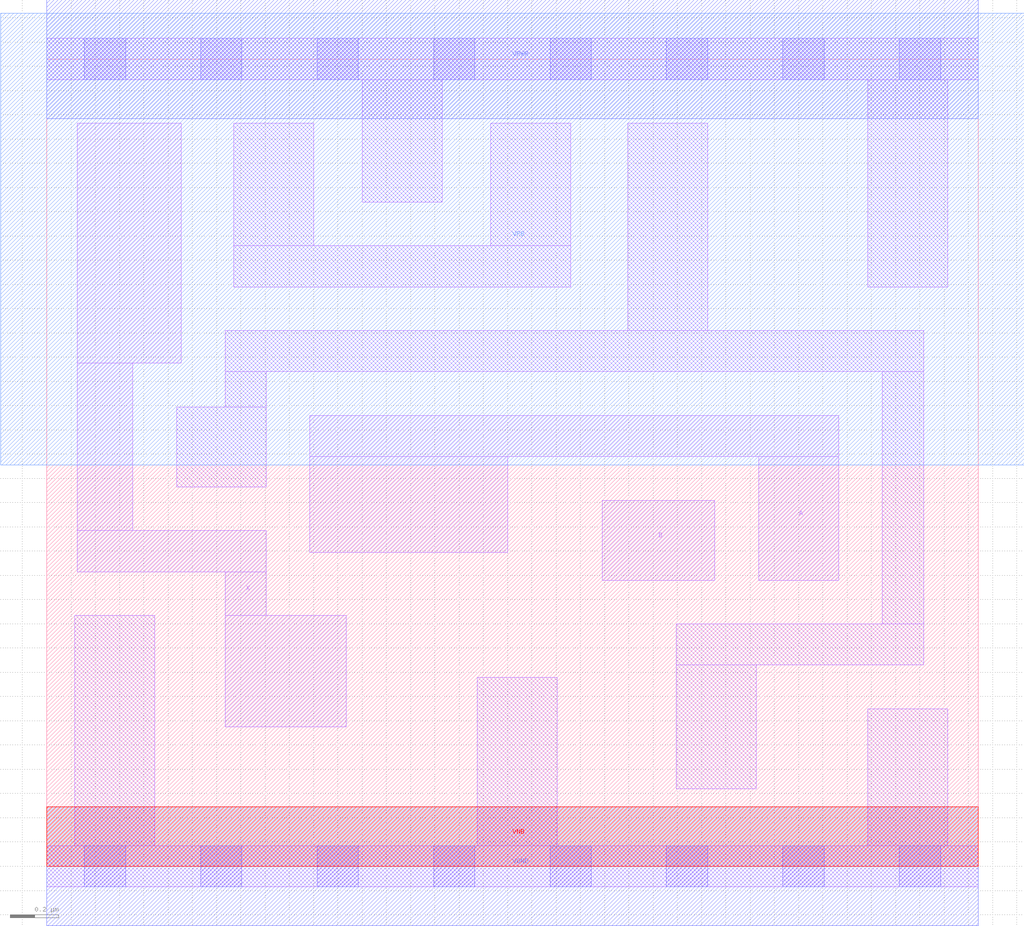
<source format=lef>
# Copyright 2020 The SkyWater PDK Authors
#
# Licensed under the Apache License, Version 2.0 (the "License");
# you may not use this file except in compliance with the License.
# You may obtain a copy of the License at
#
#     https://www.apache.org/licenses/LICENSE-2.0
#
# Unless required by applicable law or agreed to in writing, software
# distributed under the License is distributed on an "AS IS" BASIS,
# WITHOUT WARRANTIES OR CONDITIONS OF ANY KIND, either express or implied.
# See the License for the specific language governing permissions and
# limitations under the License.
#
# SPDX-License-Identifier: Apache-2.0

VERSION 5.7 ;
  NOWIREEXTENSIONATPIN ON ;
  DIVIDERCHAR "/" ;
  BUSBITCHARS "[]" ;
MACRO sky130_fd_sc_lp__xor2_lp
  CLASS CORE ;
  FOREIGN sky130_fd_sc_lp__xor2_lp ;
  ORIGIN  0.000000  0.000000 ;
  SIZE  3.840000 BY  3.330000 ;
  SYMMETRY X Y R90 ;
  SITE unit ;
  PIN A
    ANTENNAGATEAREA  0.689000 ;
    DIRECTION INPUT ;
    USE SIGNAL ;
    PORT
      LAYER li1 ;
        RECT 1.085000 1.295000 1.900000 1.690000 ;
        RECT 1.085000 1.690000 3.265000 1.860000 ;
        RECT 2.935000 1.180000 3.265000 1.690000 ;
    END
  END A
  PIN B
    ANTENNAGATEAREA  0.689000 ;
    DIRECTION INPUT ;
    USE SIGNAL ;
    PORT
      LAYER li1 ;
        RECT 2.290000 1.180000 2.755000 1.510000 ;
    END
  END B
  PIN X
    ANTENNADIFFAREA  0.417600 ;
    DIRECTION OUTPUT ;
    USE SIGNAL ;
    PORT
      LAYER li1 ;
        RECT 0.125000 1.215000 0.905000 1.385000 ;
        RECT 0.125000 1.385000 0.355000 2.075000 ;
        RECT 0.125000 2.075000 0.555000 3.065000 ;
        RECT 0.735000 0.575000 1.235000 1.035000 ;
        RECT 0.735000 1.035000 0.905000 1.215000 ;
    END
  END X
  PIN VGND
    DIRECTION INOUT ;
    USE GROUND ;
    PORT
      LAYER met1 ;
        RECT 0.000000 -0.245000 3.840000 0.245000 ;
    END
  END VGND
  PIN VNB
    DIRECTION INOUT ;
    USE GROUND ;
    PORT
      LAYER pwell ;
        RECT 0.000000 0.000000 3.840000 0.245000 ;
    END
  END VNB
  PIN VPB
    DIRECTION INOUT ;
    USE POWER ;
    PORT
      LAYER nwell ;
        RECT -0.190000 1.655000 4.030000 3.520000 ;
    END
  END VPB
  PIN VPWR
    DIRECTION INOUT ;
    USE POWER ;
    PORT
      LAYER met1 ;
        RECT 0.000000 3.085000 3.840000 3.575000 ;
    END
  END VPWR
  OBS
    LAYER li1 ;
      RECT 0.000000 -0.085000 3.840000 0.085000 ;
      RECT 0.000000  3.245000 3.840000 3.415000 ;
      RECT 0.115000  0.085000 0.445000 1.035000 ;
      RECT 0.535000  1.565000 0.905000 1.895000 ;
      RECT 0.735000  1.895000 0.905000 2.040000 ;
      RECT 0.735000  2.040000 3.615000 2.210000 ;
      RECT 0.770000  2.390000 2.160000 2.560000 ;
      RECT 0.770000  2.560000 1.100000 3.065000 ;
      RECT 1.300000  2.740000 1.630000 3.245000 ;
      RECT 1.775000  0.085000 2.105000 0.780000 ;
      RECT 1.830000  2.560000 2.160000 3.065000 ;
      RECT 2.395000  2.210000 2.725000 3.065000 ;
      RECT 2.595000  0.320000 2.925000 0.830000 ;
      RECT 2.595000  0.830000 3.615000 1.000000 ;
      RECT 3.385000  0.085000 3.715000 0.650000 ;
      RECT 3.385000  2.390000 3.715000 3.245000 ;
      RECT 3.445000  1.000000 3.615000 2.040000 ;
    LAYER mcon ;
      RECT 0.155000 -0.085000 0.325000 0.085000 ;
      RECT 0.155000  3.245000 0.325000 3.415000 ;
      RECT 0.635000 -0.085000 0.805000 0.085000 ;
      RECT 0.635000  3.245000 0.805000 3.415000 ;
      RECT 1.115000 -0.085000 1.285000 0.085000 ;
      RECT 1.115000  3.245000 1.285000 3.415000 ;
      RECT 1.595000 -0.085000 1.765000 0.085000 ;
      RECT 1.595000  3.245000 1.765000 3.415000 ;
      RECT 2.075000 -0.085000 2.245000 0.085000 ;
      RECT 2.075000  3.245000 2.245000 3.415000 ;
      RECT 2.555000 -0.085000 2.725000 0.085000 ;
      RECT 2.555000  3.245000 2.725000 3.415000 ;
      RECT 3.035000 -0.085000 3.205000 0.085000 ;
      RECT 3.035000  3.245000 3.205000 3.415000 ;
      RECT 3.515000 -0.085000 3.685000 0.085000 ;
      RECT 3.515000  3.245000 3.685000 3.415000 ;
  END
END sky130_fd_sc_lp__xor2_lp
END LIBRARY

</source>
